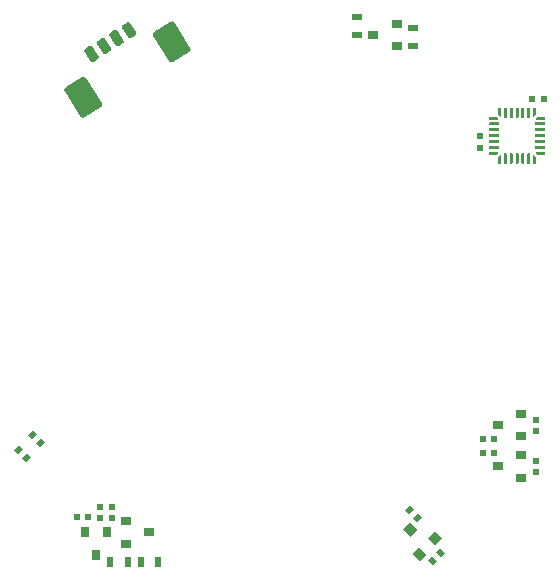
<source format=gbp>
G04 #@! TF.GenerationSoftware,KiCad,Pcbnew,5.1.5+dfsg1-2build2*
G04 #@! TF.CreationDate,2021-05-18T14:50:11+02:00*
G04 #@! TF.ProjectId,lensmount-v1.0,6c656e73-6d6f-4756-9e74-2d76312e302e,rev?*
G04 #@! TF.SameCoordinates,Original*
G04 #@! TF.FileFunction,Paste,Bot*
G04 #@! TF.FilePolarity,Positive*
%FSLAX46Y46*%
G04 Gerber Fmt 4.6, Leading zero omitted, Abs format (unit mm)*
G04 Created by KiCad (PCBNEW 5.1.5+dfsg1-2build2) date 2021-05-18 14:50:11*
%MOMM*%
%LPD*%
G04 APERTURE LIST*
%ADD10C,0.100000*%
%ADD11R,0.500000X0.600000*%
%ADD12R,0.600000X0.500000*%
%ADD13R,0.800000X0.900000*%
%ADD14R,0.900000X0.800000*%
%ADD15R,0.600000X0.900000*%
%ADD16R,0.900000X0.600000*%
G04 APERTURE END LIST*
D10*
G36*
X122536221Y-85004135D02*
G01*
X122527779Y-85001575D01*
X122519999Y-84997416D01*
X122513180Y-84991820D01*
X122507584Y-84985001D01*
X122503425Y-84977221D01*
X122500865Y-84968779D01*
X122500000Y-84960000D01*
X122500000Y-84295000D01*
X122500865Y-84286221D01*
X122503425Y-84277779D01*
X122507584Y-84269999D01*
X122513180Y-84263180D01*
X122519999Y-84257584D01*
X122527779Y-84253425D01*
X122536221Y-84250865D01*
X122545000Y-84250000D01*
X122705000Y-84250000D01*
X122713779Y-84250865D01*
X122722221Y-84253425D01*
X122730001Y-84257584D01*
X122736820Y-84263180D01*
X122742416Y-84269999D01*
X122746575Y-84277779D01*
X122749135Y-84286221D01*
X122750000Y-84295000D01*
X122750000Y-84826360D01*
X122749135Y-84835139D01*
X122746575Y-84843581D01*
X122742416Y-84851361D01*
X122736820Y-84858180D01*
X122603180Y-84991820D01*
X122596361Y-84997416D01*
X122588581Y-85001575D01*
X122580139Y-85004135D01*
X122571360Y-85005000D01*
X122545000Y-85005000D01*
X122536221Y-85004135D01*
G37*
G36*
X122193626Y-84250301D02*
G01*
X122199693Y-84251201D01*
X122205643Y-84252691D01*
X122211418Y-84254758D01*
X122216962Y-84257380D01*
X122222223Y-84260533D01*
X122227150Y-84264187D01*
X122231694Y-84268306D01*
X122235813Y-84272850D01*
X122239467Y-84277777D01*
X122242620Y-84283038D01*
X122245242Y-84288582D01*
X122247309Y-84294357D01*
X122248799Y-84300307D01*
X122249699Y-84306374D01*
X122250000Y-84312500D01*
X122250000Y-85062500D01*
X122249699Y-85068626D01*
X122248799Y-85074693D01*
X122247309Y-85080643D01*
X122245242Y-85086418D01*
X122242620Y-85091962D01*
X122239467Y-85097223D01*
X122235813Y-85102150D01*
X122231694Y-85106694D01*
X122227150Y-85110813D01*
X122222223Y-85114467D01*
X122216962Y-85117620D01*
X122211418Y-85120242D01*
X122205643Y-85122309D01*
X122199693Y-85123799D01*
X122193626Y-85124699D01*
X122187500Y-85125000D01*
X122062500Y-85125000D01*
X122056374Y-85124699D01*
X122050307Y-85123799D01*
X122044357Y-85122309D01*
X122038582Y-85120242D01*
X122033038Y-85117620D01*
X122027777Y-85114467D01*
X122022850Y-85110813D01*
X122018306Y-85106694D01*
X122014187Y-85102150D01*
X122010533Y-85097223D01*
X122007380Y-85091962D01*
X122004758Y-85086418D01*
X122002691Y-85080643D01*
X122001201Y-85074693D01*
X122000301Y-85068626D01*
X122000000Y-85062500D01*
X122000000Y-84312500D01*
X122000301Y-84306374D01*
X122001201Y-84300307D01*
X122002691Y-84294357D01*
X122004758Y-84288582D01*
X122007380Y-84283038D01*
X122010533Y-84277777D01*
X122014187Y-84272850D01*
X122018306Y-84268306D01*
X122022850Y-84264187D01*
X122027777Y-84260533D01*
X122033038Y-84257380D01*
X122038582Y-84254758D01*
X122044357Y-84252691D01*
X122050307Y-84251201D01*
X122056374Y-84250301D01*
X122062500Y-84250000D01*
X122187500Y-84250000D01*
X122193626Y-84250301D01*
G37*
G36*
X121693626Y-84250301D02*
G01*
X121699693Y-84251201D01*
X121705643Y-84252691D01*
X121711418Y-84254758D01*
X121716962Y-84257380D01*
X121722223Y-84260533D01*
X121727150Y-84264187D01*
X121731694Y-84268306D01*
X121735813Y-84272850D01*
X121739467Y-84277777D01*
X121742620Y-84283038D01*
X121745242Y-84288582D01*
X121747309Y-84294357D01*
X121748799Y-84300307D01*
X121749699Y-84306374D01*
X121750000Y-84312500D01*
X121750000Y-85062500D01*
X121749699Y-85068626D01*
X121748799Y-85074693D01*
X121747309Y-85080643D01*
X121745242Y-85086418D01*
X121742620Y-85091962D01*
X121739467Y-85097223D01*
X121735813Y-85102150D01*
X121731694Y-85106694D01*
X121727150Y-85110813D01*
X121722223Y-85114467D01*
X121716962Y-85117620D01*
X121711418Y-85120242D01*
X121705643Y-85122309D01*
X121699693Y-85123799D01*
X121693626Y-85124699D01*
X121687500Y-85125000D01*
X121562500Y-85125000D01*
X121556374Y-85124699D01*
X121550307Y-85123799D01*
X121544357Y-85122309D01*
X121538582Y-85120242D01*
X121533038Y-85117620D01*
X121527777Y-85114467D01*
X121522850Y-85110813D01*
X121518306Y-85106694D01*
X121514187Y-85102150D01*
X121510533Y-85097223D01*
X121507380Y-85091962D01*
X121504758Y-85086418D01*
X121502691Y-85080643D01*
X121501201Y-85074693D01*
X121500301Y-85068626D01*
X121500000Y-85062500D01*
X121500000Y-84312500D01*
X121500301Y-84306374D01*
X121501201Y-84300307D01*
X121502691Y-84294357D01*
X121504758Y-84288582D01*
X121507380Y-84283038D01*
X121510533Y-84277777D01*
X121514187Y-84272850D01*
X121518306Y-84268306D01*
X121522850Y-84264187D01*
X121527777Y-84260533D01*
X121533038Y-84257380D01*
X121538582Y-84254758D01*
X121544357Y-84252691D01*
X121550307Y-84251201D01*
X121556374Y-84250301D01*
X121562500Y-84250000D01*
X121687500Y-84250000D01*
X121693626Y-84250301D01*
G37*
G36*
X121193626Y-84250301D02*
G01*
X121199693Y-84251201D01*
X121205643Y-84252691D01*
X121211418Y-84254758D01*
X121216962Y-84257380D01*
X121222223Y-84260533D01*
X121227150Y-84264187D01*
X121231694Y-84268306D01*
X121235813Y-84272850D01*
X121239467Y-84277777D01*
X121242620Y-84283038D01*
X121245242Y-84288582D01*
X121247309Y-84294357D01*
X121248799Y-84300307D01*
X121249699Y-84306374D01*
X121250000Y-84312500D01*
X121250000Y-85062500D01*
X121249699Y-85068626D01*
X121248799Y-85074693D01*
X121247309Y-85080643D01*
X121245242Y-85086418D01*
X121242620Y-85091962D01*
X121239467Y-85097223D01*
X121235813Y-85102150D01*
X121231694Y-85106694D01*
X121227150Y-85110813D01*
X121222223Y-85114467D01*
X121216962Y-85117620D01*
X121211418Y-85120242D01*
X121205643Y-85122309D01*
X121199693Y-85123799D01*
X121193626Y-85124699D01*
X121187500Y-85125000D01*
X121062500Y-85125000D01*
X121056374Y-85124699D01*
X121050307Y-85123799D01*
X121044357Y-85122309D01*
X121038582Y-85120242D01*
X121033038Y-85117620D01*
X121027777Y-85114467D01*
X121022850Y-85110813D01*
X121018306Y-85106694D01*
X121014187Y-85102150D01*
X121010533Y-85097223D01*
X121007380Y-85091962D01*
X121004758Y-85086418D01*
X121002691Y-85080643D01*
X121001201Y-85074693D01*
X121000301Y-85068626D01*
X121000000Y-85062500D01*
X121000000Y-84312500D01*
X121000301Y-84306374D01*
X121001201Y-84300307D01*
X121002691Y-84294357D01*
X121004758Y-84288582D01*
X121007380Y-84283038D01*
X121010533Y-84277777D01*
X121014187Y-84272850D01*
X121018306Y-84268306D01*
X121022850Y-84264187D01*
X121027777Y-84260533D01*
X121033038Y-84257380D01*
X121038582Y-84254758D01*
X121044357Y-84252691D01*
X121050307Y-84251201D01*
X121056374Y-84250301D01*
X121062500Y-84250000D01*
X121187500Y-84250000D01*
X121193626Y-84250301D01*
G37*
G36*
X120693626Y-84250301D02*
G01*
X120699693Y-84251201D01*
X120705643Y-84252691D01*
X120711418Y-84254758D01*
X120716962Y-84257380D01*
X120722223Y-84260533D01*
X120727150Y-84264187D01*
X120731694Y-84268306D01*
X120735813Y-84272850D01*
X120739467Y-84277777D01*
X120742620Y-84283038D01*
X120745242Y-84288582D01*
X120747309Y-84294357D01*
X120748799Y-84300307D01*
X120749699Y-84306374D01*
X120750000Y-84312500D01*
X120750000Y-85062500D01*
X120749699Y-85068626D01*
X120748799Y-85074693D01*
X120747309Y-85080643D01*
X120745242Y-85086418D01*
X120742620Y-85091962D01*
X120739467Y-85097223D01*
X120735813Y-85102150D01*
X120731694Y-85106694D01*
X120727150Y-85110813D01*
X120722223Y-85114467D01*
X120716962Y-85117620D01*
X120711418Y-85120242D01*
X120705643Y-85122309D01*
X120699693Y-85123799D01*
X120693626Y-85124699D01*
X120687500Y-85125000D01*
X120562500Y-85125000D01*
X120556374Y-85124699D01*
X120550307Y-85123799D01*
X120544357Y-85122309D01*
X120538582Y-85120242D01*
X120533038Y-85117620D01*
X120527777Y-85114467D01*
X120522850Y-85110813D01*
X120518306Y-85106694D01*
X120514187Y-85102150D01*
X120510533Y-85097223D01*
X120507380Y-85091962D01*
X120504758Y-85086418D01*
X120502691Y-85080643D01*
X120501201Y-85074693D01*
X120500301Y-85068626D01*
X120500000Y-85062500D01*
X120500000Y-84312500D01*
X120500301Y-84306374D01*
X120501201Y-84300307D01*
X120502691Y-84294357D01*
X120504758Y-84288582D01*
X120507380Y-84283038D01*
X120510533Y-84277777D01*
X120514187Y-84272850D01*
X120518306Y-84268306D01*
X120522850Y-84264187D01*
X120527777Y-84260533D01*
X120533038Y-84257380D01*
X120538582Y-84254758D01*
X120544357Y-84252691D01*
X120550307Y-84251201D01*
X120556374Y-84250301D01*
X120562500Y-84250000D01*
X120687500Y-84250000D01*
X120693626Y-84250301D01*
G37*
G36*
X120193626Y-84250301D02*
G01*
X120199693Y-84251201D01*
X120205643Y-84252691D01*
X120211418Y-84254758D01*
X120216962Y-84257380D01*
X120222223Y-84260533D01*
X120227150Y-84264187D01*
X120231694Y-84268306D01*
X120235813Y-84272850D01*
X120239467Y-84277777D01*
X120242620Y-84283038D01*
X120245242Y-84288582D01*
X120247309Y-84294357D01*
X120248799Y-84300307D01*
X120249699Y-84306374D01*
X120250000Y-84312500D01*
X120250000Y-85062500D01*
X120249699Y-85068626D01*
X120248799Y-85074693D01*
X120247309Y-85080643D01*
X120245242Y-85086418D01*
X120242620Y-85091962D01*
X120239467Y-85097223D01*
X120235813Y-85102150D01*
X120231694Y-85106694D01*
X120227150Y-85110813D01*
X120222223Y-85114467D01*
X120216962Y-85117620D01*
X120211418Y-85120242D01*
X120205643Y-85122309D01*
X120199693Y-85123799D01*
X120193626Y-85124699D01*
X120187500Y-85125000D01*
X120062500Y-85125000D01*
X120056374Y-85124699D01*
X120050307Y-85123799D01*
X120044357Y-85122309D01*
X120038582Y-85120242D01*
X120033038Y-85117620D01*
X120027777Y-85114467D01*
X120022850Y-85110813D01*
X120018306Y-85106694D01*
X120014187Y-85102150D01*
X120010533Y-85097223D01*
X120007380Y-85091962D01*
X120004758Y-85086418D01*
X120002691Y-85080643D01*
X120001201Y-85074693D01*
X120000301Y-85068626D01*
X120000000Y-85062500D01*
X120000000Y-84312500D01*
X120000301Y-84306374D01*
X120001201Y-84300307D01*
X120002691Y-84294357D01*
X120004758Y-84288582D01*
X120007380Y-84283038D01*
X120010533Y-84277777D01*
X120014187Y-84272850D01*
X120018306Y-84268306D01*
X120022850Y-84264187D01*
X120027777Y-84260533D01*
X120033038Y-84257380D01*
X120038582Y-84254758D01*
X120044357Y-84252691D01*
X120050307Y-84251201D01*
X120056374Y-84250301D01*
X120062500Y-84250000D01*
X120187500Y-84250000D01*
X120193626Y-84250301D01*
G37*
G36*
X119669861Y-85004135D02*
G01*
X119661419Y-85001575D01*
X119653639Y-84997416D01*
X119646820Y-84991820D01*
X119513180Y-84858180D01*
X119507584Y-84851361D01*
X119503425Y-84843581D01*
X119500865Y-84835139D01*
X119500000Y-84826360D01*
X119500000Y-84295000D01*
X119500865Y-84286221D01*
X119503425Y-84277779D01*
X119507584Y-84269999D01*
X119513180Y-84263180D01*
X119519999Y-84257584D01*
X119527779Y-84253425D01*
X119536221Y-84250865D01*
X119545000Y-84250000D01*
X119705000Y-84250000D01*
X119713779Y-84250865D01*
X119722221Y-84253425D01*
X119730001Y-84257584D01*
X119736820Y-84263180D01*
X119742416Y-84269999D01*
X119746575Y-84277779D01*
X119749135Y-84286221D01*
X119750000Y-84295000D01*
X119750000Y-84960000D01*
X119749135Y-84968779D01*
X119746575Y-84977221D01*
X119742416Y-84985001D01*
X119736820Y-84991820D01*
X119730001Y-84997416D01*
X119722221Y-85001575D01*
X119713779Y-85004135D01*
X119705000Y-85005000D01*
X119678640Y-85005000D01*
X119669861Y-85004135D01*
G37*
G36*
X118786221Y-85249135D02*
G01*
X118777779Y-85246575D01*
X118769999Y-85242416D01*
X118763180Y-85236820D01*
X118757584Y-85230001D01*
X118753425Y-85222221D01*
X118750865Y-85213779D01*
X118750000Y-85205000D01*
X118750000Y-85045000D01*
X118750865Y-85036221D01*
X118753425Y-85027779D01*
X118757584Y-85019999D01*
X118763180Y-85013180D01*
X118769999Y-85007584D01*
X118777779Y-85003425D01*
X118786221Y-85000865D01*
X118795000Y-85000000D01*
X119326360Y-85000000D01*
X119335139Y-85000865D01*
X119343581Y-85003425D01*
X119351361Y-85007584D01*
X119358180Y-85013180D01*
X119491820Y-85146820D01*
X119497416Y-85153639D01*
X119501575Y-85161419D01*
X119504135Y-85169861D01*
X119505000Y-85178640D01*
X119505000Y-85205000D01*
X119504135Y-85213779D01*
X119501575Y-85222221D01*
X119497416Y-85230001D01*
X119491820Y-85236820D01*
X119485001Y-85242416D01*
X119477221Y-85246575D01*
X119468779Y-85249135D01*
X119460000Y-85250000D01*
X118795000Y-85250000D01*
X118786221Y-85249135D01*
G37*
G36*
X119568626Y-85500301D02*
G01*
X119574693Y-85501201D01*
X119580643Y-85502691D01*
X119586418Y-85504758D01*
X119591962Y-85507380D01*
X119597223Y-85510533D01*
X119602150Y-85514187D01*
X119606694Y-85518306D01*
X119610813Y-85522850D01*
X119614467Y-85527777D01*
X119617620Y-85533038D01*
X119620242Y-85538582D01*
X119622309Y-85544357D01*
X119623799Y-85550307D01*
X119624699Y-85556374D01*
X119625000Y-85562500D01*
X119625000Y-85687500D01*
X119624699Y-85693626D01*
X119623799Y-85699693D01*
X119622309Y-85705643D01*
X119620242Y-85711418D01*
X119617620Y-85716962D01*
X119614467Y-85722223D01*
X119610813Y-85727150D01*
X119606694Y-85731694D01*
X119602150Y-85735813D01*
X119597223Y-85739467D01*
X119591962Y-85742620D01*
X119586418Y-85745242D01*
X119580643Y-85747309D01*
X119574693Y-85748799D01*
X119568626Y-85749699D01*
X119562500Y-85750000D01*
X118812500Y-85750000D01*
X118806374Y-85749699D01*
X118800307Y-85748799D01*
X118794357Y-85747309D01*
X118788582Y-85745242D01*
X118783038Y-85742620D01*
X118777777Y-85739467D01*
X118772850Y-85735813D01*
X118768306Y-85731694D01*
X118764187Y-85727150D01*
X118760533Y-85722223D01*
X118757380Y-85716962D01*
X118754758Y-85711418D01*
X118752691Y-85705643D01*
X118751201Y-85699693D01*
X118750301Y-85693626D01*
X118750000Y-85687500D01*
X118750000Y-85562500D01*
X118750301Y-85556374D01*
X118751201Y-85550307D01*
X118752691Y-85544357D01*
X118754758Y-85538582D01*
X118757380Y-85533038D01*
X118760533Y-85527777D01*
X118764187Y-85522850D01*
X118768306Y-85518306D01*
X118772850Y-85514187D01*
X118777777Y-85510533D01*
X118783038Y-85507380D01*
X118788582Y-85504758D01*
X118794357Y-85502691D01*
X118800307Y-85501201D01*
X118806374Y-85500301D01*
X118812500Y-85500000D01*
X119562500Y-85500000D01*
X119568626Y-85500301D01*
G37*
G36*
X119568626Y-86000301D02*
G01*
X119574693Y-86001201D01*
X119580643Y-86002691D01*
X119586418Y-86004758D01*
X119591962Y-86007380D01*
X119597223Y-86010533D01*
X119602150Y-86014187D01*
X119606694Y-86018306D01*
X119610813Y-86022850D01*
X119614467Y-86027777D01*
X119617620Y-86033038D01*
X119620242Y-86038582D01*
X119622309Y-86044357D01*
X119623799Y-86050307D01*
X119624699Y-86056374D01*
X119625000Y-86062500D01*
X119625000Y-86187500D01*
X119624699Y-86193626D01*
X119623799Y-86199693D01*
X119622309Y-86205643D01*
X119620242Y-86211418D01*
X119617620Y-86216962D01*
X119614467Y-86222223D01*
X119610813Y-86227150D01*
X119606694Y-86231694D01*
X119602150Y-86235813D01*
X119597223Y-86239467D01*
X119591962Y-86242620D01*
X119586418Y-86245242D01*
X119580643Y-86247309D01*
X119574693Y-86248799D01*
X119568626Y-86249699D01*
X119562500Y-86250000D01*
X118812500Y-86250000D01*
X118806374Y-86249699D01*
X118800307Y-86248799D01*
X118794357Y-86247309D01*
X118788582Y-86245242D01*
X118783038Y-86242620D01*
X118777777Y-86239467D01*
X118772850Y-86235813D01*
X118768306Y-86231694D01*
X118764187Y-86227150D01*
X118760533Y-86222223D01*
X118757380Y-86216962D01*
X118754758Y-86211418D01*
X118752691Y-86205643D01*
X118751201Y-86199693D01*
X118750301Y-86193626D01*
X118750000Y-86187500D01*
X118750000Y-86062500D01*
X118750301Y-86056374D01*
X118751201Y-86050307D01*
X118752691Y-86044357D01*
X118754758Y-86038582D01*
X118757380Y-86033038D01*
X118760533Y-86027777D01*
X118764187Y-86022850D01*
X118768306Y-86018306D01*
X118772850Y-86014187D01*
X118777777Y-86010533D01*
X118783038Y-86007380D01*
X118788582Y-86004758D01*
X118794357Y-86002691D01*
X118800307Y-86001201D01*
X118806374Y-86000301D01*
X118812500Y-86000000D01*
X119562500Y-86000000D01*
X119568626Y-86000301D01*
G37*
G36*
X119568626Y-86500301D02*
G01*
X119574693Y-86501201D01*
X119580643Y-86502691D01*
X119586418Y-86504758D01*
X119591962Y-86507380D01*
X119597223Y-86510533D01*
X119602150Y-86514187D01*
X119606694Y-86518306D01*
X119610813Y-86522850D01*
X119614467Y-86527777D01*
X119617620Y-86533038D01*
X119620242Y-86538582D01*
X119622309Y-86544357D01*
X119623799Y-86550307D01*
X119624699Y-86556374D01*
X119625000Y-86562500D01*
X119625000Y-86687500D01*
X119624699Y-86693626D01*
X119623799Y-86699693D01*
X119622309Y-86705643D01*
X119620242Y-86711418D01*
X119617620Y-86716962D01*
X119614467Y-86722223D01*
X119610813Y-86727150D01*
X119606694Y-86731694D01*
X119602150Y-86735813D01*
X119597223Y-86739467D01*
X119591962Y-86742620D01*
X119586418Y-86745242D01*
X119580643Y-86747309D01*
X119574693Y-86748799D01*
X119568626Y-86749699D01*
X119562500Y-86750000D01*
X118812500Y-86750000D01*
X118806374Y-86749699D01*
X118800307Y-86748799D01*
X118794357Y-86747309D01*
X118788582Y-86745242D01*
X118783038Y-86742620D01*
X118777777Y-86739467D01*
X118772850Y-86735813D01*
X118768306Y-86731694D01*
X118764187Y-86727150D01*
X118760533Y-86722223D01*
X118757380Y-86716962D01*
X118754758Y-86711418D01*
X118752691Y-86705643D01*
X118751201Y-86699693D01*
X118750301Y-86693626D01*
X118750000Y-86687500D01*
X118750000Y-86562500D01*
X118750301Y-86556374D01*
X118751201Y-86550307D01*
X118752691Y-86544357D01*
X118754758Y-86538582D01*
X118757380Y-86533038D01*
X118760533Y-86527777D01*
X118764187Y-86522850D01*
X118768306Y-86518306D01*
X118772850Y-86514187D01*
X118777777Y-86510533D01*
X118783038Y-86507380D01*
X118788582Y-86504758D01*
X118794357Y-86502691D01*
X118800307Y-86501201D01*
X118806374Y-86500301D01*
X118812500Y-86500000D01*
X119562500Y-86500000D01*
X119568626Y-86500301D01*
G37*
G36*
X119568626Y-87000301D02*
G01*
X119574693Y-87001201D01*
X119580643Y-87002691D01*
X119586418Y-87004758D01*
X119591962Y-87007380D01*
X119597223Y-87010533D01*
X119602150Y-87014187D01*
X119606694Y-87018306D01*
X119610813Y-87022850D01*
X119614467Y-87027777D01*
X119617620Y-87033038D01*
X119620242Y-87038582D01*
X119622309Y-87044357D01*
X119623799Y-87050307D01*
X119624699Y-87056374D01*
X119625000Y-87062500D01*
X119625000Y-87187500D01*
X119624699Y-87193626D01*
X119623799Y-87199693D01*
X119622309Y-87205643D01*
X119620242Y-87211418D01*
X119617620Y-87216962D01*
X119614467Y-87222223D01*
X119610813Y-87227150D01*
X119606694Y-87231694D01*
X119602150Y-87235813D01*
X119597223Y-87239467D01*
X119591962Y-87242620D01*
X119586418Y-87245242D01*
X119580643Y-87247309D01*
X119574693Y-87248799D01*
X119568626Y-87249699D01*
X119562500Y-87250000D01*
X118812500Y-87250000D01*
X118806374Y-87249699D01*
X118800307Y-87248799D01*
X118794357Y-87247309D01*
X118788582Y-87245242D01*
X118783038Y-87242620D01*
X118777777Y-87239467D01*
X118772850Y-87235813D01*
X118768306Y-87231694D01*
X118764187Y-87227150D01*
X118760533Y-87222223D01*
X118757380Y-87216962D01*
X118754758Y-87211418D01*
X118752691Y-87205643D01*
X118751201Y-87199693D01*
X118750301Y-87193626D01*
X118750000Y-87187500D01*
X118750000Y-87062500D01*
X118750301Y-87056374D01*
X118751201Y-87050307D01*
X118752691Y-87044357D01*
X118754758Y-87038582D01*
X118757380Y-87033038D01*
X118760533Y-87027777D01*
X118764187Y-87022850D01*
X118768306Y-87018306D01*
X118772850Y-87014187D01*
X118777777Y-87010533D01*
X118783038Y-87007380D01*
X118788582Y-87004758D01*
X118794357Y-87002691D01*
X118800307Y-87001201D01*
X118806374Y-87000301D01*
X118812500Y-87000000D01*
X119562500Y-87000000D01*
X119568626Y-87000301D01*
G37*
G36*
X119568626Y-87500301D02*
G01*
X119574693Y-87501201D01*
X119580643Y-87502691D01*
X119586418Y-87504758D01*
X119591962Y-87507380D01*
X119597223Y-87510533D01*
X119602150Y-87514187D01*
X119606694Y-87518306D01*
X119610813Y-87522850D01*
X119614467Y-87527777D01*
X119617620Y-87533038D01*
X119620242Y-87538582D01*
X119622309Y-87544357D01*
X119623799Y-87550307D01*
X119624699Y-87556374D01*
X119625000Y-87562500D01*
X119625000Y-87687500D01*
X119624699Y-87693626D01*
X119623799Y-87699693D01*
X119622309Y-87705643D01*
X119620242Y-87711418D01*
X119617620Y-87716962D01*
X119614467Y-87722223D01*
X119610813Y-87727150D01*
X119606694Y-87731694D01*
X119602150Y-87735813D01*
X119597223Y-87739467D01*
X119591962Y-87742620D01*
X119586418Y-87745242D01*
X119580643Y-87747309D01*
X119574693Y-87748799D01*
X119568626Y-87749699D01*
X119562500Y-87750000D01*
X118812500Y-87750000D01*
X118806374Y-87749699D01*
X118800307Y-87748799D01*
X118794357Y-87747309D01*
X118788582Y-87745242D01*
X118783038Y-87742620D01*
X118777777Y-87739467D01*
X118772850Y-87735813D01*
X118768306Y-87731694D01*
X118764187Y-87727150D01*
X118760533Y-87722223D01*
X118757380Y-87716962D01*
X118754758Y-87711418D01*
X118752691Y-87705643D01*
X118751201Y-87699693D01*
X118750301Y-87693626D01*
X118750000Y-87687500D01*
X118750000Y-87562500D01*
X118750301Y-87556374D01*
X118751201Y-87550307D01*
X118752691Y-87544357D01*
X118754758Y-87538582D01*
X118757380Y-87533038D01*
X118760533Y-87527777D01*
X118764187Y-87522850D01*
X118768306Y-87518306D01*
X118772850Y-87514187D01*
X118777777Y-87510533D01*
X118783038Y-87507380D01*
X118788582Y-87504758D01*
X118794357Y-87502691D01*
X118800307Y-87501201D01*
X118806374Y-87500301D01*
X118812500Y-87500000D01*
X119562500Y-87500000D01*
X119568626Y-87500301D01*
G37*
G36*
X118786221Y-88249135D02*
G01*
X118777779Y-88246575D01*
X118769999Y-88242416D01*
X118763180Y-88236820D01*
X118757584Y-88230001D01*
X118753425Y-88222221D01*
X118750865Y-88213779D01*
X118750000Y-88205000D01*
X118750000Y-88045000D01*
X118750865Y-88036221D01*
X118753425Y-88027779D01*
X118757584Y-88019999D01*
X118763180Y-88013180D01*
X118769999Y-88007584D01*
X118777779Y-88003425D01*
X118786221Y-88000865D01*
X118795000Y-88000000D01*
X119460000Y-88000000D01*
X119468779Y-88000865D01*
X119477221Y-88003425D01*
X119485001Y-88007584D01*
X119491820Y-88013180D01*
X119497416Y-88019999D01*
X119501575Y-88027779D01*
X119504135Y-88036221D01*
X119505000Y-88045000D01*
X119505000Y-88071360D01*
X119504135Y-88080139D01*
X119501575Y-88088581D01*
X119497416Y-88096361D01*
X119491820Y-88103180D01*
X119358180Y-88236820D01*
X119351361Y-88242416D01*
X119343581Y-88246575D01*
X119335139Y-88249135D01*
X119326360Y-88250000D01*
X118795000Y-88250000D01*
X118786221Y-88249135D01*
G37*
G36*
X119536221Y-88999135D02*
G01*
X119527779Y-88996575D01*
X119519999Y-88992416D01*
X119513180Y-88986820D01*
X119507584Y-88980001D01*
X119503425Y-88972221D01*
X119500865Y-88963779D01*
X119500000Y-88955000D01*
X119500000Y-88423640D01*
X119500865Y-88414861D01*
X119503425Y-88406419D01*
X119507584Y-88398639D01*
X119513180Y-88391820D01*
X119646820Y-88258180D01*
X119653639Y-88252584D01*
X119661419Y-88248425D01*
X119669861Y-88245865D01*
X119678640Y-88245000D01*
X119705000Y-88245000D01*
X119713779Y-88245865D01*
X119722221Y-88248425D01*
X119730001Y-88252584D01*
X119736820Y-88258180D01*
X119742416Y-88264999D01*
X119746575Y-88272779D01*
X119749135Y-88281221D01*
X119750000Y-88290000D01*
X119750000Y-88955000D01*
X119749135Y-88963779D01*
X119746575Y-88972221D01*
X119742416Y-88980001D01*
X119736820Y-88986820D01*
X119730001Y-88992416D01*
X119722221Y-88996575D01*
X119713779Y-88999135D01*
X119705000Y-89000000D01*
X119545000Y-89000000D01*
X119536221Y-88999135D01*
G37*
G36*
X120193626Y-88125301D02*
G01*
X120199693Y-88126201D01*
X120205643Y-88127691D01*
X120211418Y-88129758D01*
X120216962Y-88132380D01*
X120222223Y-88135533D01*
X120227150Y-88139187D01*
X120231694Y-88143306D01*
X120235813Y-88147850D01*
X120239467Y-88152777D01*
X120242620Y-88158038D01*
X120245242Y-88163582D01*
X120247309Y-88169357D01*
X120248799Y-88175307D01*
X120249699Y-88181374D01*
X120250000Y-88187500D01*
X120250000Y-88937500D01*
X120249699Y-88943626D01*
X120248799Y-88949693D01*
X120247309Y-88955643D01*
X120245242Y-88961418D01*
X120242620Y-88966962D01*
X120239467Y-88972223D01*
X120235813Y-88977150D01*
X120231694Y-88981694D01*
X120227150Y-88985813D01*
X120222223Y-88989467D01*
X120216962Y-88992620D01*
X120211418Y-88995242D01*
X120205643Y-88997309D01*
X120199693Y-88998799D01*
X120193626Y-88999699D01*
X120187500Y-89000000D01*
X120062500Y-89000000D01*
X120056374Y-88999699D01*
X120050307Y-88998799D01*
X120044357Y-88997309D01*
X120038582Y-88995242D01*
X120033038Y-88992620D01*
X120027777Y-88989467D01*
X120022850Y-88985813D01*
X120018306Y-88981694D01*
X120014187Y-88977150D01*
X120010533Y-88972223D01*
X120007380Y-88966962D01*
X120004758Y-88961418D01*
X120002691Y-88955643D01*
X120001201Y-88949693D01*
X120000301Y-88943626D01*
X120000000Y-88937500D01*
X120000000Y-88187500D01*
X120000301Y-88181374D01*
X120001201Y-88175307D01*
X120002691Y-88169357D01*
X120004758Y-88163582D01*
X120007380Y-88158038D01*
X120010533Y-88152777D01*
X120014187Y-88147850D01*
X120018306Y-88143306D01*
X120022850Y-88139187D01*
X120027777Y-88135533D01*
X120033038Y-88132380D01*
X120038582Y-88129758D01*
X120044357Y-88127691D01*
X120050307Y-88126201D01*
X120056374Y-88125301D01*
X120062500Y-88125000D01*
X120187500Y-88125000D01*
X120193626Y-88125301D01*
G37*
G36*
X120693626Y-88125301D02*
G01*
X120699693Y-88126201D01*
X120705643Y-88127691D01*
X120711418Y-88129758D01*
X120716962Y-88132380D01*
X120722223Y-88135533D01*
X120727150Y-88139187D01*
X120731694Y-88143306D01*
X120735813Y-88147850D01*
X120739467Y-88152777D01*
X120742620Y-88158038D01*
X120745242Y-88163582D01*
X120747309Y-88169357D01*
X120748799Y-88175307D01*
X120749699Y-88181374D01*
X120750000Y-88187500D01*
X120750000Y-88937500D01*
X120749699Y-88943626D01*
X120748799Y-88949693D01*
X120747309Y-88955643D01*
X120745242Y-88961418D01*
X120742620Y-88966962D01*
X120739467Y-88972223D01*
X120735813Y-88977150D01*
X120731694Y-88981694D01*
X120727150Y-88985813D01*
X120722223Y-88989467D01*
X120716962Y-88992620D01*
X120711418Y-88995242D01*
X120705643Y-88997309D01*
X120699693Y-88998799D01*
X120693626Y-88999699D01*
X120687500Y-89000000D01*
X120562500Y-89000000D01*
X120556374Y-88999699D01*
X120550307Y-88998799D01*
X120544357Y-88997309D01*
X120538582Y-88995242D01*
X120533038Y-88992620D01*
X120527777Y-88989467D01*
X120522850Y-88985813D01*
X120518306Y-88981694D01*
X120514187Y-88977150D01*
X120510533Y-88972223D01*
X120507380Y-88966962D01*
X120504758Y-88961418D01*
X120502691Y-88955643D01*
X120501201Y-88949693D01*
X120500301Y-88943626D01*
X120500000Y-88937500D01*
X120500000Y-88187500D01*
X120500301Y-88181374D01*
X120501201Y-88175307D01*
X120502691Y-88169357D01*
X120504758Y-88163582D01*
X120507380Y-88158038D01*
X120510533Y-88152777D01*
X120514187Y-88147850D01*
X120518306Y-88143306D01*
X120522850Y-88139187D01*
X120527777Y-88135533D01*
X120533038Y-88132380D01*
X120538582Y-88129758D01*
X120544357Y-88127691D01*
X120550307Y-88126201D01*
X120556374Y-88125301D01*
X120562500Y-88125000D01*
X120687500Y-88125000D01*
X120693626Y-88125301D01*
G37*
G36*
X121193626Y-88125301D02*
G01*
X121199693Y-88126201D01*
X121205643Y-88127691D01*
X121211418Y-88129758D01*
X121216962Y-88132380D01*
X121222223Y-88135533D01*
X121227150Y-88139187D01*
X121231694Y-88143306D01*
X121235813Y-88147850D01*
X121239467Y-88152777D01*
X121242620Y-88158038D01*
X121245242Y-88163582D01*
X121247309Y-88169357D01*
X121248799Y-88175307D01*
X121249699Y-88181374D01*
X121250000Y-88187500D01*
X121250000Y-88937500D01*
X121249699Y-88943626D01*
X121248799Y-88949693D01*
X121247309Y-88955643D01*
X121245242Y-88961418D01*
X121242620Y-88966962D01*
X121239467Y-88972223D01*
X121235813Y-88977150D01*
X121231694Y-88981694D01*
X121227150Y-88985813D01*
X121222223Y-88989467D01*
X121216962Y-88992620D01*
X121211418Y-88995242D01*
X121205643Y-88997309D01*
X121199693Y-88998799D01*
X121193626Y-88999699D01*
X121187500Y-89000000D01*
X121062500Y-89000000D01*
X121056374Y-88999699D01*
X121050307Y-88998799D01*
X121044357Y-88997309D01*
X121038582Y-88995242D01*
X121033038Y-88992620D01*
X121027777Y-88989467D01*
X121022850Y-88985813D01*
X121018306Y-88981694D01*
X121014187Y-88977150D01*
X121010533Y-88972223D01*
X121007380Y-88966962D01*
X121004758Y-88961418D01*
X121002691Y-88955643D01*
X121001201Y-88949693D01*
X121000301Y-88943626D01*
X121000000Y-88937500D01*
X121000000Y-88187500D01*
X121000301Y-88181374D01*
X121001201Y-88175307D01*
X121002691Y-88169357D01*
X121004758Y-88163582D01*
X121007380Y-88158038D01*
X121010533Y-88152777D01*
X121014187Y-88147850D01*
X121018306Y-88143306D01*
X121022850Y-88139187D01*
X121027777Y-88135533D01*
X121033038Y-88132380D01*
X121038582Y-88129758D01*
X121044357Y-88127691D01*
X121050307Y-88126201D01*
X121056374Y-88125301D01*
X121062500Y-88125000D01*
X121187500Y-88125000D01*
X121193626Y-88125301D01*
G37*
G36*
X121693626Y-88125301D02*
G01*
X121699693Y-88126201D01*
X121705643Y-88127691D01*
X121711418Y-88129758D01*
X121716962Y-88132380D01*
X121722223Y-88135533D01*
X121727150Y-88139187D01*
X121731694Y-88143306D01*
X121735813Y-88147850D01*
X121739467Y-88152777D01*
X121742620Y-88158038D01*
X121745242Y-88163582D01*
X121747309Y-88169357D01*
X121748799Y-88175307D01*
X121749699Y-88181374D01*
X121750000Y-88187500D01*
X121750000Y-88937500D01*
X121749699Y-88943626D01*
X121748799Y-88949693D01*
X121747309Y-88955643D01*
X121745242Y-88961418D01*
X121742620Y-88966962D01*
X121739467Y-88972223D01*
X121735813Y-88977150D01*
X121731694Y-88981694D01*
X121727150Y-88985813D01*
X121722223Y-88989467D01*
X121716962Y-88992620D01*
X121711418Y-88995242D01*
X121705643Y-88997309D01*
X121699693Y-88998799D01*
X121693626Y-88999699D01*
X121687500Y-89000000D01*
X121562500Y-89000000D01*
X121556374Y-88999699D01*
X121550307Y-88998799D01*
X121544357Y-88997309D01*
X121538582Y-88995242D01*
X121533038Y-88992620D01*
X121527777Y-88989467D01*
X121522850Y-88985813D01*
X121518306Y-88981694D01*
X121514187Y-88977150D01*
X121510533Y-88972223D01*
X121507380Y-88966962D01*
X121504758Y-88961418D01*
X121502691Y-88955643D01*
X121501201Y-88949693D01*
X121500301Y-88943626D01*
X121500000Y-88937500D01*
X121500000Y-88187500D01*
X121500301Y-88181374D01*
X121501201Y-88175307D01*
X121502691Y-88169357D01*
X121504758Y-88163582D01*
X121507380Y-88158038D01*
X121510533Y-88152777D01*
X121514187Y-88147850D01*
X121518306Y-88143306D01*
X121522850Y-88139187D01*
X121527777Y-88135533D01*
X121533038Y-88132380D01*
X121538582Y-88129758D01*
X121544357Y-88127691D01*
X121550307Y-88126201D01*
X121556374Y-88125301D01*
X121562500Y-88125000D01*
X121687500Y-88125000D01*
X121693626Y-88125301D01*
G37*
G36*
X122193626Y-88125301D02*
G01*
X122199693Y-88126201D01*
X122205643Y-88127691D01*
X122211418Y-88129758D01*
X122216962Y-88132380D01*
X122222223Y-88135533D01*
X122227150Y-88139187D01*
X122231694Y-88143306D01*
X122235813Y-88147850D01*
X122239467Y-88152777D01*
X122242620Y-88158038D01*
X122245242Y-88163582D01*
X122247309Y-88169357D01*
X122248799Y-88175307D01*
X122249699Y-88181374D01*
X122250000Y-88187500D01*
X122250000Y-88937500D01*
X122249699Y-88943626D01*
X122248799Y-88949693D01*
X122247309Y-88955643D01*
X122245242Y-88961418D01*
X122242620Y-88966962D01*
X122239467Y-88972223D01*
X122235813Y-88977150D01*
X122231694Y-88981694D01*
X122227150Y-88985813D01*
X122222223Y-88989467D01*
X122216962Y-88992620D01*
X122211418Y-88995242D01*
X122205643Y-88997309D01*
X122199693Y-88998799D01*
X122193626Y-88999699D01*
X122187500Y-89000000D01*
X122062500Y-89000000D01*
X122056374Y-88999699D01*
X122050307Y-88998799D01*
X122044357Y-88997309D01*
X122038582Y-88995242D01*
X122033038Y-88992620D01*
X122027777Y-88989467D01*
X122022850Y-88985813D01*
X122018306Y-88981694D01*
X122014187Y-88977150D01*
X122010533Y-88972223D01*
X122007380Y-88966962D01*
X122004758Y-88961418D01*
X122002691Y-88955643D01*
X122001201Y-88949693D01*
X122000301Y-88943626D01*
X122000000Y-88937500D01*
X122000000Y-88187500D01*
X122000301Y-88181374D01*
X122001201Y-88175307D01*
X122002691Y-88169357D01*
X122004758Y-88163582D01*
X122007380Y-88158038D01*
X122010533Y-88152777D01*
X122014187Y-88147850D01*
X122018306Y-88143306D01*
X122022850Y-88139187D01*
X122027777Y-88135533D01*
X122033038Y-88132380D01*
X122038582Y-88129758D01*
X122044357Y-88127691D01*
X122050307Y-88126201D01*
X122056374Y-88125301D01*
X122062500Y-88125000D01*
X122187500Y-88125000D01*
X122193626Y-88125301D01*
G37*
G36*
X122536221Y-88999135D02*
G01*
X122527779Y-88996575D01*
X122519999Y-88992416D01*
X122513180Y-88986820D01*
X122507584Y-88980001D01*
X122503425Y-88972221D01*
X122500865Y-88963779D01*
X122500000Y-88955000D01*
X122500000Y-88290000D01*
X122500865Y-88281221D01*
X122503425Y-88272779D01*
X122507584Y-88264999D01*
X122513180Y-88258180D01*
X122519999Y-88252584D01*
X122527779Y-88248425D01*
X122536221Y-88245865D01*
X122545000Y-88245000D01*
X122571360Y-88245000D01*
X122580139Y-88245865D01*
X122588581Y-88248425D01*
X122596361Y-88252584D01*
X122603180Y-88258180D01*
X122736820Y-88391820D01*
X122742416Y-88398639D01*
X122746575Y-88406419D01*
X122749135Y-88414861D01*
X122750000Y-88423640D01*
X122750000Y-88955000D01*
X122749135Y-88963779D01*
X122746575Y-88972221D01*
X122742416Y-88980001D01*
X122736820Y-88986820D01*
X122730001Y-88992416D01*
X122722221Y-88996575D01*
X122713779Y-88999135D01*
X122705000Y-89000000D01*
X122545000Y-89000000D01*
X122536221Y-88999135D01*
G37*
G36*
X122914861Y-88249135D02*
G01*
X122906419Y-88246575D01*
X122898639Y-88242416D01*
X122891820Y-88236820D01*
X122758180Y-88103180D01*
X122752584Y-88096361D01*
X122748425Y-88088581D01*
X122745865Y-88080139D01*
X122745000Y-88071360D01*
X122745000Y-88045000D01*
X122745865Y-88036221D01*
X122748425Y-88027779D01*
X122752584Y-88019999D01*
X122758180Y-88013180D01*
X122764999Y-88007584D01*
X122772779Y-88003425D01*
X122781221Y-88000865D01*
X122790000Y-88000000D01*
X123455000Y-88000000D01*
X123463779Y-88000865D01*
X123472221Y-88003425D01*
X123480001Y-88007584D01*
X123486820Y-88013180D01*
X123492416Y-88019999D01*
X123496575Y-88027779D01*
X123499135Y-88036221D01*
X123500000Y-88045000D01*
X123500000Y-88205000D01*
X123499135Y-88213779D01*
X123496575Y-88222221D01*
X123492416Y-88230001D01*
X123486820Y-88236820D01*
X123480001Y-88242416D01*
X123472221Y-88246575D01*
X123463779Y-88249135D01*
X123455000Y-88250000D01*
X122923640Y-88250000D01*
X122914861Y-88249135D01*
G37*
G36*
X123443626Y-87500301D02*
G01*
X123449693Y-87501201D01*
X123455643Y-87502691D01*
X123461418Y-87504758D01*
X123466962Y-87507380D01*
X123472223Y-87510533D01*
X123477150Y-87514187D01*
X123481694Y-87518306D01*
X123485813Y-87522850D01*
X123489467Y-87527777D01*
X123492620Y-87533038D01*
X123495242Y-87538582D01*
X123497309Y-87544357D01*
X123498799Y-87550307D01*
X123499699Y-87556374D01*
X123500000Y-87562500D01*
X123500000Y-87687500D01*
X123499699Y-87693626D01*
X123498799Y-87699693D01*
X123497309Y-87705643D01*
X123495242Y-87711418D01*
X123492620Y-87716962D01*
X123489467Y-87722223D01*
X123485813Y-87727150D01*
X123481694Y-87731694D01*
X123477150Y-87735813D01*
X123472223Y-87739467D01*
X123466962Y-87742620D01*
X123461418Y-87745242D01*
X123455643Y-87747309D01*
X123449693Y-87748799D01*
X123443626Y-87749699D01*
X123437500Y-87750000D01*
X122687500Y-87750000D01*
X122681374Y-87749699D01*
X122675307Y-87748799D01*
X122669357Y-87747309D01*
X122663582Y-87745242D01*
X122658038Y-87742620D01*
X122652777Y-87739467D01*
X122647850Y-87735813D01*
X122643306Y-87731694D01*
X122639187Y-87727150D01*
X122635533Y-87722223D01*
X122632380Y-87716962D01*
X122629758Y-87711418D01*
X122627691Y-87705643D01*
X122626201Y-87699693D01*
X122625301Y-87693626D01*
X122625000Y-87687500D01*
X122625000Y-87562500D01*
X122625301Y-87556374D01*
X122626201Y-87550307D01*
X122627691Y-87544357D01*
X122629758Y-87538582D01*
X122632380Y-87533038D01*
X122635533Y-87527777D01*
X122639187Y-87522850D01*
X122643306Y-87518306D01*
X122647850Y-87514187D01*
X122652777Y-87510533D01*
X122658038Y-87507380D01*
X122663582Y-87504758D01*
X122669357Y-87502691D01*
X122675307Y-87501201D01*
X122681374Y-87500301D01*
X122687500Y-87500000D01*
X123437500Y-87500000D01*
X123443626Y-87500301D01*
G37*
G36*
X123443626Y-87000301D02*
G01*
X123449693Y-87001201D01*
X123455643Y-87002691D01*
X123461418Y-87004758D01*
X123466962Y-87007380D01*
X123472223Y-87010533D01*
X123477150Y-87014187D01*
X123481694Y-87018306D01*
X123485813Y-87022850D01*
X123489467Y-87027777D01*
X123492620Y-87033038D01*
X123495242Y-87038582D01*
X123497309Y-87044357D01*
X123498799Y-87050307D01*
X123499699Y-87056374D01*
X123500000Y-87062500D01*
X123500000Y-87187500D01*
X123499699Y-87193626D01*
X123498799Y-87199693D01*
X123497309Y-87205643D01*
X123495242Y-87211418D01*
X123492620Y-87216962D01*
X123489467Y-87222223D01*
X123485813Y-87227150D01*
X123481694Y-87231694D01*
X123477150Y-87235813D01*
X123472223Y-87239467D01*
X123466962Y-87242620D01*
X123461418Y-87245242D01*
X123455643Y-87247309D01*
X123449693Y-87248799D01*
X123443626Y-87249699D01*
X123437500Y-87250000D01*
X122687500Y-87250000D01*
X122681374Y-87249699D01*
X122675307Y-87248799D01*
X122669357Y-87247309D01*
X122663582Y-87245242D01*
X122658038Y-87242620D01*
X122652777Y-87239467D01*
X122647850Y-87235813D01*
X122643306Y-87231694D01*
X122639187Y-87227150D01*
X122635533Y-87222223D01*
X122632380Y-87216962D01*
X122629758Y-87211418D01*
X122627691Y-87205643D01*
X122626201Y-87199693D01*
X122625301Y-87193626D01*
X122625000Y-87187500D01*
X122625000Y-87062500D01*
X122625301Y-87056374D01*
X122626201Y-87050307D01*
X122627691Y-87044357D01*
X122629758Y-87038582D01*
X122632380Y-87033038D01*
X122635533Y-87027777D01*
X122639187Y-87022850D01*
X122643306Y-87018306D01*
X122647850Y-87014187D01*
X122652777Y-87010533D01*
X122658038Y-87007380D01*
X122663582Y-87004758D01*
X122669357Y-87002691D01*
X122675307Y-87001201D01*
X122681374Y-87000301D01*
X122687500Y-87000000D01*
X123437500Y-87000000D01*
X123443626Y-87000301D01*
G37*
G36*
X123443626Y-86500301D02*
G01*
X123449693Y-86501201D01*
X123455643Y-86502691D01*
X123461418Y-86504758D01*
X123466962Y-86507380D01*
X123472223Y-86510533D01*
X123477150Y-86514187D01*
X123481694Y-86518306D01*
X123485813Y-86522850D01*
X123489467Y-86527777D01*
X123492620Y-86533038D01*
X123495242Y-86538582D01*
X123497309Y-86544357D01*
X123498799Y-86550307D01*
X123499699Y-86556374D01*
X123500000Y-86562500D01*
X123500000Y-86687500D01*
X123499699Y-86693626D01*
X123498799Y-86699693D01*
X123497309Y-86705643D01*
X123495242Y-86711418D01*
X123492620Y-86716962D01*
X123489467Y-86722223D01*
X123485813Y-86727150D01*
X123481694Y-86731694D01*
X123477150Y-86735813D01*
X123472223Y-86739467D01*
X123466962Y-86742620D01*
X123461418Y-86745242D01*
X123455643Y-86747309D01*
X123449693Y-86748799D01*
X123443626Y-86749699D01*
X123437500Y-86750000D01*
X122687500Y-86750000D01*
X122681374Y-86749699D01*
X122675307Y-86748799D01*
X122669357Y-86747309D01*
X122663582Y-86745242D01*
X122658038Y-86742620D01*
X122652777Y-86739467D01*
X122647850Y-86735813D01*
X122643306Y-86731694D01*
X122639187Y-86727150D01*
X122635533Y-86722223D01*
X122632380Y-86716962D01*
X122629758Y-86711418D01*
X122627691Y-86705643D01*
X122626201Y-86699693D01*
X122625301Y-86693626D01*
X122625000Y-86687500D01*
X122625000Y-86562500D01*
X122625301Y-86556374D01*
X122626201Y-86550307D01*
X122627691Y-86544357D01*
X122629758Y-86538582D01*
X122632380Y-86533038D01*
X122635533Y-86527777D01*
X122639187Y-86522850D01*
X122643306Y-86518306D01*
X122647850Y-86514187D01*
X122652777Y-86510533D01*
X122658038Y-86507380D01*
X122663582Y-86504758D01*
X122669357Y-86502691D01*
X122675307Y-86501201D01*
X122681374Y-86500301D01*
X122687500Y-86500000D01*
X123437500Y-86500000D01*
X123443626Y-86500301D01*
G37*
G36*
X123443626Y-86000301D02*
G01*
X123449693Y-86001201D01*
X123455643Y-86002691D01*
X123461418Y-86004758D01*
X123466962Y-86007380D01*
X123472223Y-86010533D01*
X123477150Y-86014187D01*
X123481694Y-86018306D01*
X123485813Y-86022850D01*
X123489467Y-86027777D01*
X123492620Y-86033038D01*
X123495242Y-86038582D01*
X123497309Y-86044357D01*
X123498799Y-86050307D01*
X123499699Y-86056374D01*
X123500000Y-86062500D01*
X123500000Y-86187500D01*
X123499699Y-86193626D01*
X123498799Y-86199693D01*
X123497309Y-86205643D01*
X123495242Y-86211418D01*
X123492620Y-86216962D01*
X123489467Y-86222223D01*
X123485813Y-86227150D01*
X123481694Y-86231694D01*
X123477150Y-86235813D01*
X123472223Y-86239467D01*
X123466962Y-86242620D01*
X123461418Y-86245242D01*
X123455643Y-86247309D01*
X123449693Y-86248799D01*
X123443626Y-86249699D01*
X123437500Y-86250000D01*
X122687500Y-86250000D01*
X122681374Y-86249699D01*
X122675307Y-86248799D01*
X122669357Y-86247309D01*
X122663582Y-86245242D01*
X122658038Y-86242620D01*
X122652777Y-86239467D01*
X122647850Y-86235813D01*
X122643306Y-86231694D01*
X122639187Y-86227150D01*
X122635533Y-86222223D01*
X122632380Y-86216962D01*
X122629758Y-86211418D01*
X122627691Y-86205643D01*
X122626201Y-86199693D01*
X122625301Y-86193626D01*
X122625000Y-86187500D01*
X122625000Y-86062500D01*
X122625301Y-86056374D01*
X122626201Y-86050307D01*
X122627691Y-86044357D01*
X122629758Y-86038582D01*
X122632380Y-86033038D01*
X122635533Y-86027777D01*
X122639187Y-86022850D01*
X122643306Y-86018306D01*
X122647850Y-86014187D01*
X122652777Y-86010533D01*
X122658038Y-86007380D01*
X122663582Y-86004758D01*
X122669357Y-86002691D01*
X122675307Y-86001201D01*
X122681374Y-86000301D01*
X122687500Y-86000000D01*
X123437500Y-86000000D01*
X123443626Y-86000301D01*
G37*
G36*
X123443626Y-85500301D02*
G01*
X123449693Y-85501201D01*
X123455643Y-85502691D01*
X123461418Y-85504758D01*
X123466962Y-85507380D01*
X123472223Y-85510533D01*
X123477150Y-85514187D01*
X123481694Y-85518306D01*
X123485813Y-85522850D01*
X123489467Y-85527777D01*
X123492620Y-85533038D01*
X123495242Y-85538582D01*
X123497309Y-85544357D01*
X123498799Y-85550307D01*
X123499699Y-85556374D01*
X123500000Y-85562500D01*
X123500000Y-85687500D01*
X123499699Y-85693626D01*
X123498799Y-85699693D01*
X123497309Y-85705643D01*
X123495242Y-85711418D01*
X123492620Y-85716962D01*
X123489467Y-85722223D01*
X123485813Y-85727150D01*
X123481694Y-85731694D01*
X123477150Y-85735813D01*
X123472223Y-85739467D01*
X123466962Y-85742620D01*
X123461418Y-85745242D01*
X123455643Y-85747309D01*
X123449693Y-85748799D01*
X123443626Y-85749699D01*
X123437500Y-85750000D01*
X122687500Y-85750000D01*
X122681374Y-85749699D01*
X122675307Y-85748799D01*
X122669357Y-85747309D01*
X122663582Y-85745242D01*
X122658038Y-85742620D01*
X122652777Y-85739467D01*
X122647850Y-85735813D01*
X122643306Y-85731694D01*
X122639187Y-85727150D01*
X122635533Y-85722223D01*
X122632380Y-85716962D01*
X122629758Y-85711418D01*
X122627691Y-85705643D01*
X122626201Y-85699693D01*
X122625301Y-85693626D01*
X122625000Y-85687500D01*
X122625000Y-85562500D01*
X122625301Y-85556374D01*
X122626201Y-85550307D01*
X122627691Y-85544357D01*
X122629758Y-85538582D01*
X122632380Y-85533038D01*
X122635533Y-85527777D01*
X122639187Y-85522850D01*
X122643306Y-85518306D01*
X122647850Y-85514187D01*
X122652777Y-85510533D01*
X122658038Y-85507380D01*
X122663582Y-85504758D01*
X122669357Y-85502691D01*
X122675307Y-85501201D01*
X122681374Y-85500301D01*
X122687500Y-85500000D01*
X123437500Y-85500000D01*
X123443626Y-85500301D01*
G37*
G36*
X122781221Y-85249135D02*
G01*
X122772779Y-85246575D01*
X122764999Y-85242416D01*
X122758180Y-85236820D01*
X122752584Y-85230001D01*
X122748425Y-85222221D01*
X122745865Y-85213779D01*
X122745000Y-85205000D01*
X122745000Y-85178640D01*
X122745865Y-85169861D01*
X122748425Y-85161419D01*
X122752584Y-85153639D01*
X122758180Y-85146820D01*
X122891820Y-85013180D01*
X122898639Y-85007584D01*
X122906419Y-85003425D01*
X122914861Y-85000865D01*
X122923640Y-85000000D01*
X123455000Y-85000000D01*
X123463779Y-85000865D01*
X123472221Y-85003425D01*
X123480001Y-85007584D01*
X123486820Y-85013180D01*
X123492416Y-85019999D01*
X123496575Y-85027779D01*
X123499135Y-85036221D01*
X123500000Y-85045000D01*
X123500000Y-85205000D01*
X123499135Y-85213779D01*
X123496575Y-85222221D01*
X123492416Y-85230001D01*
X123486820Y-85236820D01*
X123480001Y-85242416D01*
X123472221Y-85246575D01*
X123463779Y-85249135D01*
X123455000Y-85250000D01*
X122790000Y-85250000D01*
X122781221Y-85249135D01*
G37*
G36*
X84440396Y-81635037D02*
G01*
X84464543Y-81639376D01*
X84488148Y-81646062D01*
X84510985Y-81655028D01*
X84532832Y-81666190D01*
X84553481Y-81679440D01*
X84572731Y-81694650D01*
X84590398Y-81711673D01*
X84606311Y-81730346D01*
X84620317Y-81750489D01*
X85945116Y-83870610D01*
X85957080Y-83892029D01*
X85966888Y-83914517D01*
X85974444Y-83937859D01*
X85979675Y-83961828D01*
X85982532Y-83986195D01*
X85982987Y-84010725D01*
X85981036Y-84035181D01*
X85976697Y-84059328D01*
X85970011Y-84082933D01*
X85961045Y-84105770D01*
X85949883Y-84127617D01*
X85936633Y-84148266D01*
X85921423Y-84167516D01*
X85904400Y-84185183D01*
X85885727Y-84201096D01*
X85865584Y-84215102D01*
X84508707Y-85062973D01*
X84487288Y-85074937D01*
X84464800Y-85084745D01*
X84441458Y-85092301D01*
X84417489Y-85097532D01*
X84393122Y-85100389D01*
X84368592Y-85100844D01*
X84344136Y-85098893D01*
X84319989Y-85094554D01*
X84296384Y-85087868D01*
X84273547Y-85078902D01*
X84251700Y-85067740D01*
X84231051Y-85054490D01*
X84211801Y-85039280D01*
X84194134Y-85022257D01*
X84178221Y-85003584D01*
X84164215Y-84983441D01*
X82839416Y-82863320D01*
X82827452Y-82841901D01*
X82817644Y-82819413D01*
X82810088Y-82796071D01*
X82804857Y-82772102D01*
X82802000Y-82747735D01*
X82801545Y-82723205D01*
X82803496Y-82698749D01*
X82807835Y-82674602D01*
X82814521Y-82650997D01*
X82823487Y-82628160D01*
X82834649Y-82606313D01*
X82847899Y-82585664D01*
X82863109Y-82566414D01*
X82880132Y-82548747D01*
X82898805Y-82532834D01*
X82918948Y-82518828D01*
X84275825Y-81670957D01*
X84297244Y-81658993D01*
X84319732Y-81649185D01*
X84343074Y-81641629D01*
X84367043Y-81636398D01*
X84391410Y-81633541D01*
X84415940Y-81633086D01*
X84440396Y-81635037D01*
G37*
G36*
X91945622Y-76945251D02*
G01*
X91969769Y-76949590D01*
X91993374Y-76956276D01*
X92016211Y-76965242D01*
X92038058Y-76976404D01*
X92058707Y-76989654D01*
X92077957Y-77004864D01*
X92095624Y-77021887D01*
X92111537Y-77040560D01*
X92125543Y-77060703D01*
X93450342Y-79180824D01*
X93462306Y-79202243D01*
X93472114Y-79224731D01*
X93479670Y-79248073D01*
X93484901Y-79272042D01*
X93487758Y-79296409D01*
X93488213Y-79320939D01*
X93486262Y-79345395D01*
X93481923Y-79369542D01*
X93475237Y-79393147D01*
X93466271Y-79415984D01*
X93455109Y-79437831D01*
X93441859Y-79458480D01*
X93426649Y-79477730D01*
X93409626Y-79495397D01*
X93390953Y-79511310D01*
X93370810Y-79525316D01*
X92013933Y-80373187D01*
X91992514Y-80385151D01*
X91970026Y-80394959D01*
X91946684Y-80402515D01*
X91922715Y-80407746D01*
X91898348Y-80410603D01*
X91873818Y-80411058D01*
X91849362Y-80409107D01*
X91825215Y-80404768D01*
X91801610Y-80398082D01*
X91778773Y-80389116D01*
X91756926Y-80377954D01*
X91736277Y-80364704D01*
X91717027Y-80349494D01*
X91699360Y-80332471D01*
X91683447Y-80313798D01*
X91669441Y-80293655D01*
X90344642Y-78173534D01*
X90332678Y-78152115D01*
X90322870Y-78129627D01*
X90315314Y-78106285D01*
X90310083Y-78082316D01*
X90307226Y-78057949D01*
X90306771Y-78033419D01*
X90308722Y-78008963D01*
X90313061Y-77984816D01*
X90319747Y-77961211D01*
X90328713Y-77938374D01*
X90339875Y-77916527D01*
X90353125Y-77895878D01*
X90368335Y-77876628D01*
X90385358Y-77858961D01*
X90404031Y-77843048D01*
X90424174Y-77829042D01*
X91781051Y-76981171D01*
X91802470Y-76969207D01*
X91824958Y-76959399D01*
X91848300Y-76951843D01*
X91872269Y-76946612D01*
X91896636Y-76943755D01*
X91921166Y-76943300D01*
X91945622Y-76945251D01*
G37*
G36*
X85054330Y-78997589D02*
G01*
X85073647Y-79001060D01*
X85092532Y-79006408D01*
X85110801Y-79013582D01*
X85128279Y-79022511D01*
X85144798Y-79033111D01*
X85160198Y-79045279D01*
X85174331Y-79058898D01*
X85187062Y-79073836D01*
X85198267Y-79089950D01*
X85675194Y-79853193D01*
X85684765Y-79870328D01*
X85692611Y-79888319D01*
X85698656Y-79906992D01*
X85702841Y-79926168D01*
X85705127Y-79945661D01*
X85705491Y-79965285D01*
X85703929Y-79984850D01*
X85700458Y-80004167D01*
X85695110Y-80023052D01*
X85687936Y-80041321D01*
X85679007Y-80058799D01*
X85668407Y-80075318D01*
X85656239Y-80090718D01*
X85642621Y-80104851D01*
X85627682Y-80117582D01*
X85611568Y-80128787D01*
X85272349Y-80340754D01*
X85255214Y-80350325D01*
X85237223Y-80358171D01*
X85218550Y-80364216D01*
X85199374Y-80368401D01*
X85179881Y-80370687D01*
X85160257Y-80371051D01*
X85140692Y-80369489D01*
X85121375Y-80366018D01*
X85102490Y-80360670D01*
X85084221Y-80353496D01*
X85066743Y-80344567D01*
X85050224Y-80333967D01*
X85034824Y-80321799D01*
X85020691Y-80308180D01*
X85007960Y-80293242D01*
X84996755Y-80277128D01*
X84519828Y-79513885D01*
X84510257Y-79496750D01*
X84502411Y-79478759D01*
X84496366Y-79460086D01*
X84492181Y-79440910D01*
X84489895Y-79421417D01*
X84489531Y-79401793D01*
X84491093Y-79382228D01*
X84494564Y-79362911D01*
X84499912Y-79344026D01*
X84507086Y-79325757D01*
X84516015Y-79308279D01*
X84526615Y-79291760D01*
X84538783Y-79276360D01*
X84552401Y-79262227D01*
X84567340Y-79249496D01*
X84583454Y-79238291D01*
X84922673Y-79026324D01*
X84939808Y-79016753D01*
X84957799Y-79008907D01*
X84976472Y-79002862D01*
X84995648Y-78998677D01*
X85015141Y-78996391D01*
X85034765Y-78996027D01*
X85054330Y-78997589D01*
G37*
G36*
X86114390Y-78335189D02*
G01*
X86133707Y-78338660D01*
X86152592Y-78344008D01*
X86170861Y-78351182D01*
X86188339Y-78360111D01*
X86204858Y-78370711D01*
X86220258Y-78382879D01*
X86234391Y-78396498D01*
X86247122Y-78411436D01*
X86258327Y-78427550D01*
X86735254Y-79190793D01*
X86744825Y-79207928D01*
X86752671Y-79225919D01*
X86758716Y-79244592D01*
X86762901Y-79263768D01*
X86765187Y-79283261D01*
X86765551Y-79302885D01*
X86763989Y-79322450D01*
X86760518Y-79341767D01*
X86755170Y-79360652D01*
X86747996Y-79378921D01*
X86739067Y-79396399D01*
X86728467Y-79412918D01*
X86716299Y-79428318D01*
X86702681Y-79442451D01*
X86687742Y-79455182D01*
X86671628Y-79466387D01*
X86332409Y-79678354D01*
X86315274Y-79687925D01*
X86297283Y-79695771D01*
X86278610Y-79701816D01*
X86259434Y-79706001D01*
X86239941Y-79708287D01*
X86220317Y-79708651D01*
X86200752Y-79707089D01*
X86181435Y-79703618D01*
X86162550Y-79698270D01*
X86144281Y-79691096D01*
X86126803Y-79682167D01*
X86110284Y-79671567D01*
X86094884Y-79659399D01*
X86080751Y-79645780D01*
X86068020Y-79630842D01*
X86056815Y-79614728D01*
X85579888Y-78851485D01*
X85570317Y-78834350D01*
X85562471Y-78816359D01*
X85556426Y-78797686D01*
X85552241Y-78778510D01*
X85549955Y-78759017D01*
X85549591Y-78739393D01*
X85551153Y-78719828D01*
X85554624Y-78700511D01*
X85559972Y-78681626D01*
X85567146Y-78663357D01*
X85576075Y-78645879D01*
X85586675Y-78629360D01*
X85598843Y-78613960D01*
X85612461Y-78599827D01*
X85627400Y-78587096D01*
X85643514Y-78575891D01*
X85982733Y-78363924D01*
X85999868Y-78354353D01*
X86017859Y-78346507D01*
X86036532Y-78340462D01*
X86055708Y-78336277D01*
X86075201Y-78333991D01*
X86094825Y-78333627D01*
X86114390Y-78335189D01*
G37*
G36*
X87174450Y-77672790D02*
G01*
X87193767Y-77676261D01*
X87212652Y-77681609D01*
X87230921Y-77688783D01*
X87248399Y-77697712D01*
X87264918Y-77708312D01*
X87280318Y-77720480D01*
X87294451Y-77734099D01*
X87307182Y-77749037D01*
X87318387Y-77765151D01*
X87795314Y-78528394D01*
X87804885Y-78545529D01*
X87812731Y-78563520D01*
X87818776Y-78582193D01*
X87822961Y-78601369D01*
X87825247Y-78620862D01*
X87825611Y-78640486D01*
X87824049Y-78660051D01*
X87820578Y-78679368D01*
X87815230Y-78698253D01*
X87808056Y-78716522D01*
X87799127Y-78734000D01*
X87788527Y-78750519D01*
X87776359Y-78765919D01*
X87762741Y-78780052D01*
X87747802Y-78792783D01*
X87731688Y-78803988D01*
X87392469Y-79015955D01*
X87375334Y-79025526D01*
X87357343Y-79033372D01*
X87338670Y-79039417D01*
X87319494Y-79043602D01*
X87300001Y-79045888D01*
X87280377Y-79046252D01*
X87260812Y-79044690D01*
X87241495Y-79041219D01*
X87222610Y-79035871D01*
X87204341Y-79028697D01*
X87186863Y-79019768D01*
X87170344Y-79009168D01*
X87154944Y-78997000D01*
X87140811Y-78983381D01*
X87128080Y-78968443D01*
X87116875Y-78952329D01*
X86639948Y-78189086D01*
X86630377Y-78171951D01*
X86622531Y-78153960D01*
X86616486Y-78135287D01*
X86612301Y-78116111D01*
X86610015Y-78096618D01*
X86609651Y-78076994D01*
X86611213Y-78057429D01*
X86614684Y-78038112D01*
X86620032Y-78019227D01*
X86627206Y-78000958D01*
X86636135Y-77983480D01*
X86646735Y-77966961D01*
X86658903Y-77951561D01*
X86672521Y-77937428D01*
X86687460Y-77924697D01*
X86703574Y-77913492D01*
X87042793Y-77701525D01*
X87059928Y-77691954D01*
X87077919Y-77684108D01*
X87096592Y-77678063D01*
X87115768Y-77673878D01*
X87135261Y-77671592D01*
X87154885Y-77671228D01*
X87174450Y-77672790D01*
G37*
G36*
X88234510Y-77010391D02*
G01*
X88253827Y-77013862D01*
X88272712Y-77019210D01*
X88290981Y-77026384D01*
X88308459Y-77035313D01*
X88324978Y-77045913D01*
X88340378Y-77058081D01*
X88354511Y-77071700D01*
X88367242Y-77086638D01*
X88378447Y-77102752D01*
X88855374Y-77865995D01*
X88864945Y-77883130D01*
X88872791Y-77901121D01*
X88878836Y-77919794D01*
X88883021Y-77938970D01*
X88885307Y-77958463D01*
X88885671Y-77978087D01*
X88884109Y-77997652D01*
X88880638Y-78016969D01*
X88875290Y-78035854D01*
X88868116Y-78054123D01*
X88859187Y-78071601D01*
X88848587Y-78088120D01*
X88836419Y-78103520D01*
X88822801Y-78117653D01*
X88807862Y-78130384D01*
X88791748Y-78141589D01*
X88452529Y-78353556D01*
X88435394Y-78363127D01*
X88417403Y-78370973D01*
X88398730Y-78377018D01*
X88379554Y-78381203D01*
X88360061Y-78383489D01*
X88340437Y-78383853D01*
X88320872Y-78382291D01*
X88301555Y-78378820D01*
X88282670Y-78373472D01*
X88264401Y-78366298D01*
X88246923Y-78357369D01*
X88230404Y-78346769D01*
X88215004Y-78334601D01*
X88200871Y-78320982D01*
X88188140Y-78306044D01*
X88176935Y-78289930D01*
X87700008Y-77526687D01*
X87690437Y-77509552D01*
X87682591Y-77491561D01*
X87676546Y-77472888D01*
X87672361Y-77453712D01*
X87670075Y-77434219D01*
X87669711Y-77414595D01*
X87671273Y-77395030D01*
X87674744Y-77375713D01*
X87680092Y-77356828D01*
X87687266Y-77338559D01*
X87696195Y-77321081D01*
X87706795Y-77304562D01*
X87718963Y-77289162D01*
X87732581Y-77275029D01*
X87747520Y-77262298D01*
X87763634Y-77251093D01*
X88102853Y-77039126D01*
X88119988Y-77029555D01*
X88137979Y-77021709D01*
X88156652Y-77015664D01*
X88175828Y-77011479D01*
X88195321Y-77009193D01*
X88214945Y-77008829D01*
X88234510Y-77010391D01*
G37*
G36*
X79306569Y-113182305D02*
G01*
X78882305Y-113606569D01*
X78528751Y-113253015D01*
X78953015Y-112828751D01*
X79306569Y-113182305D01*
G37*
G36*
X79971249Y-113846985D02*
G01*
X79546985Y-114271249D01*
X79193431Y-113917695D01*
X79617695Y-113493431D01*
X79971249Y-113846985D01*
G37*
D11*
X83880000Y-118900000D03*
X84820000Y-118900000D03*
D10*
G36*
X80506569Y-111907305D02*
G01*
X80082305Y-112331569D01*
X79728751Y-111978015D01*
X80153015Y-111553751D01*
X80506569Y-111907305D01*
G37*
G36*
X81171249Y-112571985D02*
G01*
X80746985Y-112996249D01*
X80393431Y-112642695D01*
X80817695Y-112218431D01*
X81171249Y-112571985D01*
G37*
D12*
X86850000Y-118970000D03*
X86850000Y-118030000D03*
D13*
X85500000Y-122150000D03*
X86450000Y-120150000D03*
X84550000Y-120150000D03*
D14*
X90000000Y-120200000D03*
X88000000Y-119250000D03*
X88000000Y-121150000D03*
X108965901Y-78071967D03*
X110965901Y-79021967D03*
X110965901Y-77121967D03*
D12*
X85800000Y-118970000D03*
X85800000Y-118030000D03*
D11*
X119195000Y-112275000D03*
X118255000Y-112275000D03*
D10*
G36*
X112303786Y-118970639D02*
G01*
X112728050Y-118546375D01*
X113081604Y-118899929D01*
X112657340Y-119324193D01*
X112303786Y-118970639D01*
G37*
G36*
X111639106Y-118305959D02*
G01*
X112063370Y-117881695D01*
X112416924Y-118235249D01*
X111992660Y-118659513D01*
X111639106Y-118305959D01*
G37*
D11*
X119195000Y-113475000D03*
X118255000Y-113475000D03*
D12*
X122700000Y-111620000D03*
X122700000Y-110680000D03*
D10*
G36*
X113957305Y-122218431D02*
G01*
X114381569Y-122642695D01*
X114028015Y-122996249D01*
X113603751Y-122571985D01*
X113957305Y-122218431D01*
G37*
G36*
X114621985Y-121553751D02*
G01*
X115046249Y-121978015D01*
X114692695Y-122331569D01*
X114268431Y-121907305D01*
X114621985Y-121553751D01*
G37*
D12*
X122700000Y-115120000D03*
X122700000Y-114180000D03*
D14*
X119500000Y-111125000D03*
X121500000Y-112075000D03*
X121500000Y-110175000D03*
D10*
G36*
X112696231Y-119999479D02*
G01*
X112130545Y-120565165D01*
X111494149Y-119928769D01*
X112059835Y-119363083D01*
X112696231Y-119999479D01*
G37*
G36*
X113438693Y-122085444D02*
G01*
X112873007Y-122651130D01*
X112236611Y-122014734D01*
X112802297Y-121449048D01*
X113438693Y-122085444D01*
G37*
G36*
X114782196Y-120741941D02*
G01*
X114216510Y-121307627D01*
X113580114Y-120671231D01*
X114145800Y-120105545D01*
X114782196Y-120741941D01*
G37*
D14*
X119500000Y-114625000D03*
X121500000Y-115575000D03*
X121500000Y-113675000D03*
D15*
X88200000Y-122700000D03*
X86700000Y-122700000D03*
X90750000Y-122700000D03*
X89250000Y-122700000D03*
D16*
X112299353Y-77525000D03*
X112299353Y-79025000D03*
X107600000Y-76575000D03*
X107600000Y-78075000D03*
D11*
X122430000Y-83500000D03*
X123370000Y-83500000D03*
D12*
X118000000Y-87620000D03*
X118000000Y-86680000D03*
M02*

</source>
